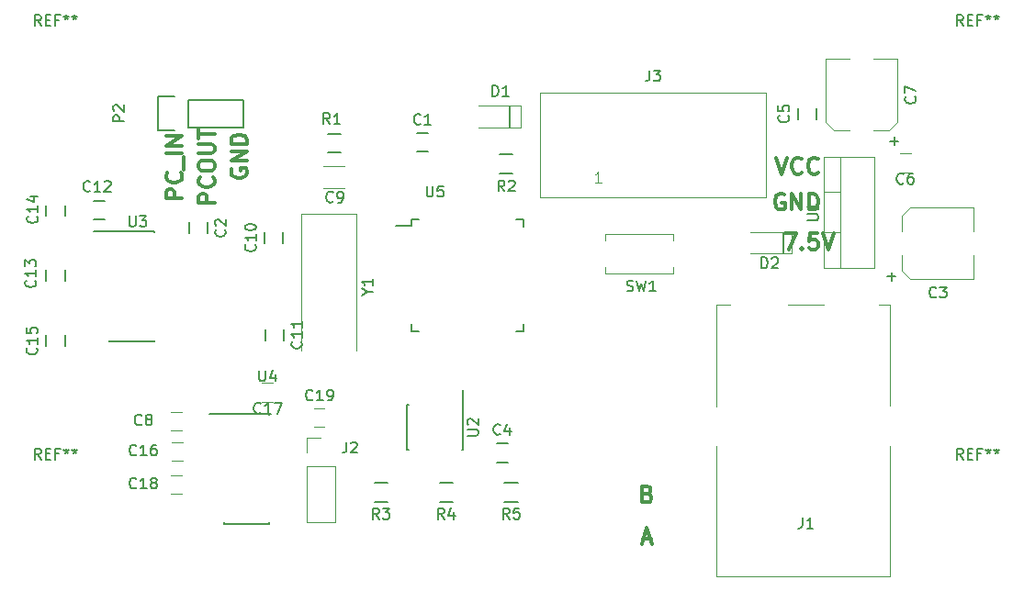
<source format=gbr>
G04 #@! TF.FileFunction,Legend,Top*
%FSLAX46Y46*%
G04 Gerber Fmt 4.6, Leading zero omitted, Abs format (unit mm)*
G04 Created by KiCad (PCBNEW 4.0.6) date 08/10/17 23:44:08*
%MOMM*%
%LPD*%
G01*
G04 APERTURE LIST*
%ADD10C,0.100000*%
%ADD11C,0.200000*%
%ADD12C,0.300000*%
%ADD13C,0.150000*%
%ADD14C,0.120000*%
G04 APERTURE END LIST*
D10*
D11*
X134889240Y-59283600D02*
X134889240Y-59268360D01*
X134889240Y-57348120D02*
X134889240Y-59283600D01*
X160080960Y-69037200D02*
X160080960Y-70911720D01*
D12*
X147162857Y-97310000D02*
X147877143Y-97310000D01*
X147020000Y-97738571D02*
X147520000Y-96238571D01*
X148020000Y-97738571D01*
X147577143Y-93132857D02*
X147791429Y-93204286D01*
X147862857Y-93275714D01*
X147934286Y-93418571D01*
X147934286Y-93632857D01*
X147862857Y-93775714D01*
X147791429Y-93847143D01*
X147648571Y-93918571D01*
X147077143Y-93918571D01*
X147077143Y-92418571D01*
X147577143Y-92418571D01*
X147720000Y-92490000D01*
X147791429Y-92561429D01*
X147862857Y-92704286D01*
X147862857Y-92847143D01*
X147791429Y-92990000D01*
X147720000Y-93061429D01*
X147577143Y-93132857D01*
X147077143Y-93132857D01*
X109250000Y-63142857D02*
X109178571Y-63285714D01*
X109178571Y-63500000D01*
X109250000Y-63714285D01*
X109392857Y-63857143D01*
X109535714Y-63928571D01*
X109821429Y-64000000D01*
X110035714Y-64000000D01*
X110321429Y-63928571D01*
X110464286Y-63857143D01*
X110607143Y-63714285D01*
X110678571Y-63500000D01*
X110678571Y-63357143D01*
X110607143Y-63142857D01*
X110535714Y-63071428D01*
X110035714Y-63071428D01*
X110035714Y-63357143D01*
X110678571Y-62428571D02*
X109178571Y-62428571D01*
X110678571Y-61571428D01*
X109178571Y-61571428D01*
X110678571Y-60857142D02*
X109178571Y-60857142D01*
X109178571Y-60499999D01*
X109250000Y-60285714D01*
X109392857Y-60142856D01*
X109535714Y-60071428D01*
X109821429Y-59999999D01*
X110035714Y-59999999D01*
X110321429Y-60071428D01*
X110464286Y-60142856D01*
X110607143Y-60285714D01*
X110678571Y-60499999D01*
X110678571Y-60857142D01*
X107678571Y-66285714D02*
X106178571Y-66285714D01*
X106178571Y-65714286D01*
X106250000Y-65571428D01*
X106321429Y-65500000D01*
X106464286Y-65428571D01*
X106678571Y-65428571D01*
X106821429Y-65500000D01*
X106892857Y-65571428D01*
X106964286Y-65714286D01*
X106964286Y-66285714D01*
X107535714Y-63928571D02*
X107607143Y-64000000D01*
X107678571Y-64214286D01*
X107678571Y-64357143D01*
X107607143Y-64571428D01*
X107464286Y-64714286D01*
X107321429Y-64785714D01*
X107035714Y-64857143D01*
X106821429Y-64857143D01*
X106535714Y-64785714D01*
X106392857Y-64714286D01*
X106250000Y-64571428D01*
X106178571Y-64357143D01*
X106178571Y-64214286D01*
X106250000Y-64000000D01*
X106321429Y-63928571D01*
X106178571Y-63000000D02*
X106178571Y-62714286D01*
X106250000Y-62571428D01*
X106392857Y-62428571D01*
X106678571Y-62357143D01*
X107178571Y-62357143D01*
X107464286Y-62428571D01*
X107607143Y-62571428D01*
X107678571Y-62714286D01*
X107678571Y-63000000D01*
X107607143Y-63142857D01*
X107464286Y-63285714D01*
X107178571Y-63357143D01*
X106678571Y-63357143D01*
X106392857Y-63285714D01*
X106250000Y-63142857D01*
X106178571Y-63000000D01*
X106178571Y-61714285D02*
X107392857Y-61714285D01*
X107535714Y-61642857D01*
X107607143Y-61571428D01*
X107678571Y-61428571D01*
X107678571Y-61142857D01*
X107607143Y-60999999D01*
X107535714Y-60928571D01*
X107392857Y-60857142D01*
X106178571Y-60857142D01*
X106178571Y-60357142D02*
X106178571Y-59499999D01*
X107678571Y-59928570D02*
X106178571Y-59928570D01*
X104678571Y-65857143D02*
X103178571Y-65857143D01*
X103178571Y-65285715D01*
X103250000Y-65142857D01*
X103321429Y-65071429D01*
X103464286Y-65000000D01*
X103678571Y-65000000D01*
X103821429Y-65071429D01*
X103892857Y-65142857D01*
X103964286Y-65285715D01*
X103964286Y-65857143D01*
X104535714Y-63500000D02*
X104607143Y-63571429D01*
X104678571Y-63785715D01*
X104678571Y-63928572D01*
X104607143Y-64142857D01*
X104464286Y-64285715D01*
X104321429Y-64357143D01*
X104035714Y-64428572D01*
X103821429Y-64428572D01*
X103535714Y-64357143D01*
X103392857Y-64285715D01*
X103250000Y-64142857D01*
X103178571Y-63928572D01*
X103178571Y-63785715D01*
X103250000Y-63571429D01*
X103321429Y-63500000D01*
X104821429Y-63214286D02*
X104821429Y-62071429D01*
X104678571Y-61714286D02*
X103178571Y-61714286D01*
X104678571Y-61000000D02*
X103178571Y-61000000D01*
X104678571Y-60142857D01*
X103178571Y-60142857D01*
X160245715Y-69098571D02*
X161245715Y-69098571D01*
X160602858Y-70598571D01*
X161817143Y-70455714D02*
X161888571Y-70527143D01*
X161817143Y-70598571D01*
X161745714Y-70527143D01*
X161817143Y-70455714D01*
X161817143Y-70598571D01*
X163245715Y-69098571D02*
X162531429Y-69098571D01*
X162460000Y-69812857D01*
X162531429Y-69741429D01*
X162674286Y-69670000D01*
X163031429Y-69670000D01*
X163174286Y-69741429D01*
X163245715Y-69812857D01*
X163317143Y-69955714D01*
X163317143Y-70312857D01*
X163245715Y-70455714D01*
X163174286Y-70527143D01*
X163031429Y-70598571D01*
X162674286Y-70598571D01*
X162531429Y-70527143D01*
X162460000Y-70455714D01*
X163745714Y-69098571D02*
X164245714Y-70598571D01*
X164745714Y-69098571D01*
X160177143Y-65490000D02*
X160034286Y-65418571D01*
X159820000Y-65418571D01*
X159605715Y-65490000D01*
X159462857Y-65632857D01*
X159391429Y-65775714D01*
X159320000Y-66061429D01*
X159320000Y-66275714D01*
X159391429Y-66561429D01*
X159462857Y-66704286D01*
X159605715Y-66847143D01*
X159820000Y-66918571D01*
X159962857Y-66918571D01*
X160177143Y-66847143D01*
X160248572Y-66775714D01*
X160248572Y-66275714D01*
X159962857Y-66275714D01*
X160891429Y-66918571D02*
X160891429Y-65418571D01*
X161748572Y-66918571D01*
X161748572Y-65418571D01*
X162462858Y-66918571D02*
X162462858Y-65418571D01*
X162820001Y-65418571D01*
X163034286Y-65490000D01*
X163177144Y-65632857D01*
X163248572Y-65775714D01*
X163320001Y-66061429D01*
X163320001Y-66275714D01*
X163248572Y-66561429D01*
X163177144Y-66704286D01*
X163034286Y-66847143D01*
X162820001Y-66918571D01*
X162462858Y-66918571D01*
X159440000Y-62118571D02*
X159940000Y-63618571D01*
X160440000Y-62118571D01*
X161797143Y-63475714D02*
X161725714Y-63547143D01*
X161511428Y-63618571D01*
X161368571Y-63618571D01*
X161154286Y-63547143D01*
X161011428Y-63404286D01*
X160940000Y-63261429D01*
X160868571Y-62975714D01*
X160868571Y-62761429D01*
X160940000Y-62475714D01*
X161011428Y-62332857D01*
X161154286Y-62190000D01*
X161368571Y-62118571D01*
X161511428Y-62118571D01*
X161725714Y-62190000D01*
X161797143Y-62261429D01*
X163297143Y-63475714D02*
X163225714Y-63547143D01*
X163011428Y-63618571D01*
X162868571Y-63618571D01*
X162654286Y-63547143D01*
X162511428Y-63404286D01*
X162440000Y-63261429D01*
X162368571Y-62975714D01*
X162368571Y-62761429D01*
X162440000Y-62475714D01*
X162511428Y-62332857D01*
X162654286Y-62190000D01*
X162868571Y-62118571D01*
X163011428Y-62118571D01*
X163225714Y-62190000D01*
X163297143Y-62261429D01*
D13*
X107000000Y-69100000D02*
X107000000Y-68100000D01*
X105300000Y-68100000D02*
X105300000Y-69100000D01*
X134662800Y-88507200D02*
X133662800Y-88507200D01*
X133662800Y-90207200D02*
X134662800Y-90207200D01*
X161430000Y-57560000D02*
X161430000Y-58560000D01*
X163130000Y-58560000D02*
X163130000Y-57560000D01*
X112270000Y-68990000D02*
X112270000Y-69990000D01*
X113970000Y-69990000D02*
X113970000Y-68990000D01*
X114010000Y-78950000D02*
X114010000Y-77950000D01*
X112310000Y-77950000D02*
X112310000Y-78950000D01*
X96500000Y-67850000D02*
X97500000Y-67850000D01*
X97500000Y-66150000D02*
X96500000Y-66150000D01*
X93850000Y-73500000D02*
X93850000Y-72500000D01*
X92150000Y-72500000D02*
X92150000Y-73500000D01*
X93850000Y-67500000D02*
X93850000Y-66500000D01*
X92150000Y-66500000D02*
X92150000Y-67500000D01*
X93850000Y-79500000D02*
X93850000Y-78500000D01*
X92150000Y-78500000D02*
X92150000Y-79500000D01*
X105240000Y-59300000D02*
X110320000Y-59300000D01*
X110320000Y-59300000D02*
X110320000Y-56760000D01*
X110320000Y-56760000D02*
X105240000Y-56760000D01*
X102420000Y-56480000D02*
X103970000Y-56480000D01*
X105240000Y-56760000D02*
X105240000Y-59300000D01*
X103970000Y-59580000D02*
X102420000Y-59580000D01*
X102420000Y-59580000D02*
X102420000Y-56480000D01*
X118120000Y-59895000D02*
X119320000Y-59895000D01*
X119320000Y-61645000D02*
X118120000Y-61645000D01*
X133960000Y-61795000D02*
X135160000Y-61795000D01*
X135160000Y-63545000D02*
X133960000Y-63545000D01*
X123600000Y-93875000D02*
X122400000Y-93875000D01*
X122400000Y-92125000D02*
X123600000Y-92125000D01*
X129600000Y-93875000D02*
X128400000Y-93875000D01*
X128400000Y-92125000D02*
X129600000Y-92125000D01*
X135600000Y-93875000D02*
X134400000Y-93875000D01*
X134400000Y-92125000D02*
X135600000Y-92125000D01*
X130575000Y-84925000D02*
X130525000Y-84925000D01*
X130575000Y-89075000D02*
X130430000Y-89075000D01*
X125425000Y-89075000D02*
X125570000Y-89075000D01*
X125425000Y-84925000D02*
X125570000Y-84925000D01*
X130575000Y-84925000D02*
X130575000Y-89075000D01*
X125425000Y-84925000D02*
X125425000Y-89075000D01*
X130525000Y-84925000D02*
X130525000Y-83525000D01*
X97925000Y-68925000D02*
X97925000Y-68950000D01*
X102075000Y-68925000D02*
X102075000Y-69030000D01*
X102075000Y-79075000D02*
X102075000Y-78970000D01*
X97925000Y-79075000D02*
X97925000Y-78970000D01*
X97925000Y-68925000D02*
X102075000Y-68925000D01*
X97925000Y-79075000D02*
X102075000Y-79075000D01*
X97925000Y-68950000D02*
X96550000Y-68950000D01*
X127308400Y-59870800D02*
X126308400Y-59870800D01*
X126308400Y-61570800D02*
X127308400Y-61570800D01*
D14*
X170840000Y-63450000D02*
X171840000Y-63450000D01*
X171840000Y-61750000D02*
X170840000Y-61750000D01*
X163850000Y-72260000D02*
X163850000Y-62020000D01*
X168491000Y-72260000D02*
X168491000Y-62020000D01*
X163850000Y-72260000D02*
X168491000Y-72260000D01*
X163850000Y-62020000D02*
X168491000Y-62020000D01*
X165360000Y-72260000D02*
X165360000Y-62020000D01*
X163850000Y-68990000D02*
X165360000Y-68990000D01*
X163850000Y-65289000D02*
X165360000Y-65289000D01*
X103665400Y-87286200D02*
X104665400Y-87286200D01*
X104665400Y-85586200D02*
X103665400Y-85586200D01*
X103716200Y-90080200D02*
X104716200Y-90080200D01*
X104716200Y-88380200D02*
X103716200Y-88380200D01*
X112047400Y-84619200D02*
X113047400Y-84619200D01*
X113047400Y-82919200D02*
X112047400Y-82919200D01*
X103640000Y-93102800D02*
X104640000Y-93102800D01*
X104640000Y-91402800D02*
X103640000Y-91402800D01*
X116119600Y-90576400D02*
X116119600Y-95716400D01*
X116119600Y-95716400D02*
X118779600Y-95716400D01*
X118779600Y-95716400D02*
X118779600Y-90576400D01*
X118779600Y-90576400D02*
X116119600Y-90576400D01*
X116119600Y-89306400D02*
X116119600Y-87976400D01*
X116119600Y-87976400D02*
X117449600Y-87976400D01*
D13*
X108567400Y-85730000D02*
X108567400Y-85755000D01*
X112717400Y-85730000D02*
X112717400Y-85835000D01*
X112717400Y-95880000D02*
X112717400Y-95775000D01*
X108567400Y-95880000D02*
X108567400Y-95775000D01*
X108567400Y-85730000D02*
X112717400Y-85730000D01*
X108567400Y-95880000D02*
X112717400Y-95880000D01*
X108567400Y-85755000D02*
X107192400Y-85755000D01*
D14*
X117797200Y-85256000D02*
X116797200Y-85256000D01*
X116797200Y-86956000D02*
X117797200Y-86956000D01*
X137670000Y-56160000D02*
X158490000Y-56160000D01*
X158490000Y-56160000D02*
X158490000Y-65760000D01*
X158490000Y-65760000D02*
X137670000Y-65760000D01*
X137670000Y-65760000D02*
X137670000Y-56160000D01*
X169920000Y-100700000D02*
X169920000Y-88760000D01*
X169920000Y-75680000D02*
X169920000Y-84980000D01*
X153920000Y-100700000D02*
X153920000Y-88760000D01*
X153920000Y-75680000D02*
X153920000Y-85060000D01*
X169920000Y-75680000D02*
X168900000Y-75680000D01*
X160520000Y-75680000D02*
X163820000Y-75680000D01*
X153920000Y-75680000D02*
X155190000Y-75680000D01*
X153920000Y-100740000D02*
X169920000Y-100740000D01*
D13*
X125805000Y-67775000D02*
X125805000Y-68375000D01*
X136155000Y-67775000D02*
X136155000Y-68445000D01*
X136155000Y-78125000D02*
X136155000Y-77455000D01*
X125805000Y-78125000D02*
X125805000Y-77455000D01*
X125805000Y-67775000D02*
X126475000Y-67775000D01*
X125805000Y-78125000D02*
X126475000Y-78125000D01*
X136155000Y-78125000D02*
X135485000Y-78125000D01*
X136155000Y-67775000D02*
X135485000Y-67775000D01*
X125805000Y-68375000D02*
X124330000Y-68375000D01*
D14*
X120760000Y-79910000D02*
X120760000Y-67310000D01*
X120760000Y-67310000D02*
X115660000Y-67310000D01*
X115660000Y-67310000D02*
X115660000Y-79910000D01*
X119660000Y-62880000D02*
X117660000Y-62880000D01*
X117660000Y-64920000D02*
X119660000Y-64920000D01*
X160890000Y-70960000D02*
X160890000Y-68960000D01*
X160890000Y-68960000D02*
X157040000Y-68960000D01*
X160890000Y-70960000D02*
X157040000Y-70960000D01*
X177650000Y-73330000D02*
X177650000Y-71150000D01*
X177650000Y-66730000D02*
X177650000Y-68910000D01*
X171050000Y-72570000D02*
X171050000Y-71150000D01*
X171050000Y-67490000D02*
X171050000Y-68910000D01*
X177650000Y-73330000D02*
X171810000Y-73330000D01*
X171810000Y-73330000D02*
X171050000Y-72570000D01*
X171050000Y-67490000D02*
X171810000Y-66730000D01*
X171810000Y-66730000D02*
X177650000Y-66730000D01*
X170600000Y-53030000D02*
X168420000Y-53030000D01*
X164000000Y-53030000D02*
X166180000Y-53030000D01*
X169840000Y-59630000D02*
X168420000Y-59630000D01*
X164760000Y-59630000D02*
X166180000Y-59630000D01*
X170600000Y-53030000D02*
X170600000Y-58870000D01*
X170600000Y-58870000D02*
X169840000Y-59630000D01*
X164760000Y-59630000D02*
X164000000Y-58870000D01*
X164000000Y-58870000D02*
X164000000Y-53030000D01*
X135860000Y-59340000D02*
X135860000Y-57340000D01*
X135860000Y-57340000D02*
X132010000Y-57340000D01*
X135860000Y-59340000D02*
X132010000Y-59340000D01*
X149900000Y-69130000D02*
X149900000Y-69780000D01*
X149900000Y-72830000D02*
X149900000Y-72180000D01*
X143700000Y-72180000D02*
X143700000Y-72830000D01*
X143700000Y-69130000D02*
X143700000Y-69780000D01*
X149900000Y-69130000D02*
X143700000Y-69130000D01*
X143700000Y-72830000D02*
X149900000Y-72830000D01*
D13*
X176666667Y-49952381D02*
X176333333Y-49476190D01*
X176095238Y-49952381D02*
X176095238Y-48952381D01*
X176476191Y-48952381D01*
X176571429Y-49000000D01*
X176619048Y-49047619D01*
X176666667Y-49142857D01*
X176666667Y-49285714D01*
X176619048Y-49380952D01*
X176571429Y-49428571D01*
X176476191Y-49476190D01*
X176095238Y-49476190D01*
X177095238Y-49428571D02*
X177428572Y-49428571D01*
X177571429Y-49952381D02*
X177095238Y-49952381D01*
X177095238Y-48952381D01*
X177571429Y-48952381D01*
X178333334Y-49428571D02*
X178000000Y-49428571D01*
X178000000Y-49952381D02*
X178000000Y-48952381D01*
X178476191Y-48952381D01*
X179000000Y-48952381D02*
X179000000Y-49190476D01*
X178761905Y-49095238D02*
X179000000Y-49190476D01*
X179238096Y-49095238D01*
X178857143Y-49380952D02*
X179000000Y-49190476D01*
X179142858Y-49380952D01*
X179761905Y-48952381D02*
X179761905Y-49190476D01*
X179523810Y-49095238D02*
X179761905Y-49190476D01*
X180000001Y-49095238D01*
X179619048Y-49380952D02*
X179761905Y-49190476D01*
X179904763Y-49380952D01*
X176666667Y-89952381D02*
X176333333Y-89476190D01*
X176095238Y-89952381D02*
X176095238Y-88952381D01*
X176476191Y-88952381D01*
X176571429Y-89000000D01*
X176619048Y-89047619D01*
X176666667Y-89142857D01*
X176666667Y-89285714D01*
X176619048Y-89380952D01*
X176571429Y-89428571D01*
X176476191Y-89476190D01*
X176095238Y-89476190D01*
X177095238Y-89428571D02*
X177428572Y-89428571D01*
X177571429Y-89952381D02*
X177095238Y-89952381D01*
X177095238Y-88952381D01*
X177571429Y-88952381D01*
X178333334Y-89428571D02*
X178000000Y-89428571D01*
X178000000Y-89952381D02*
X178000000Y-88952381D01*
X178476191Y-88952381D01*
X179000000Y-88952381D02*
X179000000Y-89190476D01*
X178761905Y-89095238D02*
X179000000Y-89190476D01*
X179238096Y-89095238D01*
X178857143Y-89380952D02*
X179000000Y-89190476D01*
X179142858Y-89380952D01*
X179761905Y-88952381D02*
X179761905Y-89190476D01*
X179523810Y-89095238D02*
X179761905Y-89190476D01*
X180000001Y-89095238D01*
X179619048Y-89380952D02*
X179761905Y-89190476D01*
X179904763Y-89380952D01*
X91666667Y-89952381D02*
X91333333Y-89476190D01*
X91095238Y-89952381D02*
X91095238Y-88952381D01*
X91476191Y-88952381D01*
X91571429Y-89000000D01*
X91619048Y-89047619D01*
X91666667Y-89142857D01*
X91666667Y-89285714D01*
X91619048Y-89380952D01*
X91571429Y-89428571D01*
X91476191Y-89476190D01*
X91095238Y-89476190D01*
X92095238Y-89428571D02*
X92428572Y-89428571D01*
X92571429Y-89952381D02*
X92095238Y-89952381D01*
X92095238Y-88952381D01*
X92571429Y-88952381D01*
X93333334Y-89428571D02*
X93000000Y-89428571D01*
X93000000Y-89952381D02*
X93000000Y-88952381D01*
X93476191Y-88952381D01*
X94000000Y-88952381D02*
X94000000Y-89190476D01*
X93761905Y-89095238D02*
X94000000Y-89190476D01*
X94238096Y-89095238D01*
X93857143Y-89380952D02*
X94000000Y-89190476D01*
X94142858Y-89380952D01*
X94761905Y-88952381D02*
X94761905Y-89190476D01*
X94523810Y-89095238D02*
X94761905Y-89190476D01*
X95000001Y-89095238D01*
X94619048Y-89380952D02*
X94761905Y-89190476D01*
X94904763Y-89380952D01*
X108607143Y-68766666D02*
X108654762Y-68814285D01*
X108702381Y-68957142D01*
X108702381Y-69052380D01*
X108654762Y-69195238D01*
X108559524Y-69290476D01*
X108464286Y-69338095D01*
X108273810Y-69385714D01*
X108130952Y-69385714D01*
X107940476Y-69338095D01*
X107845238Y-69290476D01*
X107750000Y-69195238D01*
X107702381Y-69052380D01*
X107702381Y-68957142D01*
X107750000Y-68814285D01*
X107797619Y-68766666D01*
X107797619Y-68385714D02*
X107750000Y-68338095D01*
X107702381Y-68242857D01*
X107702381Y-68004761D01*
X107750000Y-67909523D01*
X107797619Y-67861904D01*
X107892857Y-67814285D01*
X107988095Y-67814285D01*
X108130952Y-67861904D01*
X108702381Y-68433333D01*
X108702381Y-67814285D01*
X133996134Y-87614343D02*
X133948515Y-87661962D01*
X133805658Y-87709581D01*
X133710420Y-87709581D01*
X133567562Y-87661962D01*
X133472324Y-87566724D01*
X133424705Y-87471486D01*
X133377086Y-87281010D01*
X133377086Y-87138152D01*
X133424705Y-86947676D01*
X133472324Y-86852438D01*
X133567562Y-86757200D01*
X133710420Y-86709581D01*
X133805658Y-86709581D01*
X133948515Y-86757200D01*
X133996134Y-86804819D01*
X134853277Y-87042914D02*
X134853277Y-87709581D01*
X134615181Y-86661962D02*
X134377086Y-87376248D01*
X134996134Y-87376248D01*
X160537143Y-58226666D02*
X160584762Y-58274285D01*
X160632381Y-58417142D01*
X160632381Y-58512380D01*
X160584762Y-58655238D01*
X160489524Y-58750476D01*
X160394286Y-58798095D01*
X160203810Y-58845714D01*
X160060952Y-58845714D01*
X159870476Y-58798095D01*
X159775238Y-58750476D01*
X159680000Y-58655238D01*
X159632381Y-58512380D01*
X159632381Y-58417142D01*
X159680000Y-58274285D01*
X159727619Y-58226666D01*
X159632381Y-57321904D02*
X159632381Y-57798095D01*
X160108571Y-57845714D01*
X160060952Y-57798095D01*
X160013333Y-57702857D01*
X160013333Y-57464761D01*
X160060952Y-57369523D01*
X160108571Y-57321904D01*
X160203810Y-57274285D01*
X160441905Y-57274285D01*
X160537143Y-57321904D01*
X160584762Y-57369523D01*
X160632381Y-57464761D01*
X160632381Y-57702857D01*
X160584762Y-57798095D01*
X160537143Y-57845714D01*
X111377143Y-70132857D02*
X111424762Y-70180476D01*
X111472381Y-70323333D01*
X111472381Y-70418571D01*
X111424762Y-70561429D01*
X111329524Y-70656667D01*
X111234286Y-70704286D01*
X111043810Y-70751905D01*
X110900952Y-70751905D01*
X110710476Y-70704286D01*
X110615238Y-70656667D01*
X110520000Y-70561429D01*
X110472381Y-70418571D01*
X110472381Y-70323333D01*
X110520000Y-70180476D01*
X110567619Y-70132857D01*
X111472381Y-69180476D02*
X111472381Y-69751905D01*
X111472381Y-69466191D02*
X110472381Y-69466191D01*
X110615238Y-69561429D01*
X110710476Y-69656667D01*
X110758095Y-69751905D01*
X110472381Y-68561429D02*
X110472381Y-68466190D01*
X110520000Y-68370952D01*
X110567619Y-68323333D01*
X110662857Y-68275714D01*
X110853333Y-68228095D01*
X111091429Y-68228095D01*
X111281905Y-68275714D01*
X111377143Y-68323333D01*
X111424762Y-68370952D01*
X111472381Y-68466190D01*
X111472381Y-68561429D01*
X111424762Y-68656667D01*
X111377143Y-68704286D01*
X111281905Y-68751905D01*
X111091429Y-68799524D01*
X110853333Y-68799524D01*
X110662857Y-68751905D01*
X110567619Y-68704286D01*
X110520000Y-68656667D01*
X110472381Y-68561429D01*
X115617143Y-79092857D02*
X115664762Y-79140476D01*
X115712381Y-79283333D01*
X115712381Y-79378571D01*
X115664762Y-79521429D01*
X115569524Y-79616667D01*
X115474286Y-79664286D01*
X115283810Y-79711905D01*
X115140952Y-79711905D01*
X114950476Y-79664286D01*
X114855238Y-79616667D01*
X114760000Y-79521429D01*
X114712381Y-79378571D01*
X114712381Y-79283333D01*
X114760000Y-79140476D01*
X114807619Y-79092857D01*
X115712381Y-78140476D02*
X115712381Y-78711905D01*
X115712381Y-78426191D02*
X114712381Y-78426191D01*
X114855238Y-78521429D01*
X114950476Y-78616667D01*
X114998095Y-78711905D01*
X115712381Y-77188095D02*
X115712381Y-77759524D01*
X115712381Y-77473810D02*
X114712381Y-77473810D01*
X114855238Y-77569048D01*
X114950476Y-77664286D01*
X114998095Y-77759524D01*
X96177143Y-65177143D02*
X96129524Y-65224762D01*
X95986667Y-65272381D01*
X95891429Y-65272381D01*
X95748571Y-65224762D01*
X95653333Y-65129524D01*
X95605714Y-65034286D01*
X95558095Y-64843810D01*
X95558095Y-64700952D01*
X95605714Y-64510476D01*
X95653333Y-64415238D01*
X95748571Y-64320000D01*
X95891429Y-64272381D01*
X95986667Y-64272381D01*
X96129524Y-64320000D01*
X96177143Y-64367619D01*
X97129524Y-65272381D02*
X96558095Y-65272381D01*
X96843809Y-65272381D02*
X96843809Y-64272381D01*
X96748571Y-64415238D01*
X96653333Y-64510476D01*
X96558095Y-64558095D01*
X97510476Y-64367619D02*
X97558095Y-64320000D01*
X97653333Y-64272381D01*
X97891429Y-64272381D01*
X97986667Y-64320000D01*
X98034286Y-64367619D01*
X98081905Y-64462857D01*
X98081905Y-64558095D01*
X98034286Y-64700952D01*
X97462857Y-65272381D01*
X98081905Y-65272381D01*
X91107143Y-73452857D02*
X91154762Y-73500476D01*
X91202381Y-73643333D01*
X91202381Y-73738571D01*
X91154762Y-73881429D01*
X91059524Y-73976667D01*
X90964286Y-74024286D01*
X90773810Y-74071905D01*
X90630952Y-74071905D01*
X90440476Y-74024286D01*
X90345238Y-73976667D01*
X90250000Y-73881429D01*
X90202381Y-73738571D01*
X90202381Y-73643333D01*
X90250000Y-73500476D01*
X90297619Y-73452857D01*
X91202381Y-72500476D02*
X91202381Y-73071905D01*
X91202381Y-72786191D02*
X90202381Y-72786191D01*
X90345238Y-72881429D01*
X90440476Y-72976667D01*
X90488095Y-73071905D01*
X90202381Y-72167143D02*
X90202381Y-71548095D01*
X90583333Y-71881429D01*
X90583333Y-71738571D01*
X90630952Y-71643333D01*
X90678571Y-71595714D01*
X90773810Y-71548095D01*
X91011905Y-71548095D01*
X91107143Y-71595714D01*
X91154762Y-71643333D01*
X91202381Y-71738571D01*
X91202381Y-72024286D01*
X91154762Y-72119524D01*
X91107143Y-72167143D01*
X91277143Y-67532857D02*
X91324762Y-67580476D01*
X91372381Y-67723333D01*
X91372381Y-67818571D01*
X91324762Y-67961429D01*
X91229524Y-68056667D01*
X91134286Y-68104286D01*
X90943810Y-68151905D01*
X90800952Y-68151905D01*
X90610476Y-68104286D01*
X90515238Y-68056667D01*
X90420000Y-67961429D01*
X90372381Y-67818571D01*
X90372381Y-67723333D01*
X90420000Y-67580476D01*
X90467619Y-67532857D01*
X91372381Y-66580476D02*
X91372381Y-67151905D01*
X91372381Y-66866191D02*
X90372381Y-66866191D01*
X90515238Y-66961429D01*
X90610476Y-67056667D01*
X90658095Y-67151905D01*
X90705714Y-65723333D02*
X91372381Y-65723333D01*
X90324762Y-65961429D02*
X91039048Y-66199524D01*
X91039048Y-65580476D01*
X91227143Y-79662857D02*
X91274762Y-79710476D01*
X91322381Y-79853333D01*
X91322381Y-79948571D01*
X91274762Y-80091429D01*
X91179524Y-80186667D01*
X91084286Y-80234286D01*
X90893810Y-80281905D01*
X90750952Y-80281905D01*
X90560476Y-80234286D01*
X90465238Y-80186667D01*
X90370000Y-80091429D01*
X90322381Y-79948571D01*
X90322381Y-79853333D01*
X90370000Y-79710476D01*
X90417619Y-79662857D01*
X91322381Y-78710476D02*
X91322381Y-79281905D01*
X91322381Y-78996191D02*
X90322381Y-78996191D01*
X90465238Y-79091429D01*
X90560476Y-79186667D01*
X90608095Y-79281905D01*
X90322381Y-77805714D02*
X90322381Y-78281905D01*
X90798571Y-78329524D01*
X90750952Y-78281905D01*
X90703333Y-78186667D01*
X90703333Y-77948571D01*
X90750952Y-77853333D01*
X90798571Y-77805714D01*
X90893810Y-77758095D01*
X91131905Y-77758095D01*
X91227143Y-77805714D01*
X91274762Y-77853333D01*
X91322381Y-77948571D01*
X91322381Y-78186667D01*
X91274762Y-78281905D01*
X91227143Y-78329524D01*
X99322381Y-58768095D02*
X98322381Y-58768095D01*
X98322381Y-58387142D01*
X98370000Y-58291904D01*
X98417619Y-58244285D01*
X98512857Y-58196666D01*
X98655714Y-58196666D01*
X98750952Y-58244285D01*
X98798571Y-58291904D01*
X98846190Y-58387142D01*
X98846190Y-58768095D01*
X98417619Y-57815714D02*
X98370000Y-57768095D01*
X98322381Y-57672857D01*
X98322381Y-57434761D01*
X98370000Y-57339523D01*
X98417619Y-57291904D01*
X98512857Y-57244285D01*
X98608095Y-57244285D01*
X98750952Y-57291904D01*
X99322381Y-57863333D01*
X99322381Y-57244285D01*
X118283334Y-59012381D02*
X117950000Y-58536190D01*
X117711905Y-59012381D02*
X117711905Y-58012381D01*
X118092858Y-58012381D01*
X118188096Y-58060000D01*
X118235715Y-58107619D01*
X118283334Y-58202857D01*
X118283334Y-58345714D01*
X118235715Y-58440952D01*
X118188096Y-58488571D01*
X118092858Y-58536190D01*
X117711905Y-58536190D01*
X119235715Y-59012381D02*
X118664286Y-59012381D01*
X118950000Y-59012381D02*
X118950000Y-58012381D01*
X118854762Y-58155238D01*
X118759524Y-58250476D01*
X118664286Y-58298095D01*
X134393334Y-65222381D02*
X134060000Y-64746190D01*
X133821905Y-65222381D02*
X133821905Y-64222381D01*
X134202858Y-64222381D01*
X134298096Y-64270000D01*
X134345715Y-64317619D01*
X134393334Y-64412857D01*
X134393334Y-64555714D01*
X134345715Y-64650952D01*
X134298096Y-64698571D01*
X134202858Y-64746190D01*
X133821905Y-64746190D01*
X134774286Y-64317619D02*
X134821905Y-64270000D01*
X134917143Y-64222381D01*
X135155239Y-64222381D01*
X135250477Y-64270000D01*
X135298096Y-64317619D01*
X135345715Y-64412857D01*
X135345715Y-64508095D01*
X135298096Y-64650952D01*
X134726667Y-65222381D01*
X135345715Y-65222381D01*
X122833334Y-95452381D02*
X122500000Y-94976190D01*
X122261905Y-95452381D02*
X122261905Y-94452381D01*
X122642858Y-94452381D01*
X122738096Y-94500000D01*
X122785715Y-94547619D01*
X122833334Y-94642857D01*
X122833334Y-94785714D01*
X122785715Y-94880952D01*
X122738096Y-94928571D01*
X122642858Y-94976190D01*
X122261905Y-94976190D01*
X123166667Y-94452381D02*
X123785715Y-94452381D01*
X123452381Y-94833333D01*
X123595239Y-94833333D01*
X123690477Y-94880952D01*
X123738096Y-94928571D01*
X123785715Y-95023810D01*
X123785715Y-95261905D01*
X123738096Y-95357143D01*
X123690477Y-95404762D01*
X123595239Y-95452381D01*
X123309524Y-95452381D01*
X123214286Y-95404762D01*
X123166667Y-95357143D01*
X128833334Y-95452381D02*
X128500000Y-94976190D01*
X128261905Y-95452381D02*
X128261905Y-94452381D01*
X128642858Y-94452381D01*
X128738096Y-94500000D01*
X128785715Y-94547619D01*
X128833334Y-94642857D01*
X128833334Y-94785714D01*
X128785715Y-94880952D01*
X128738096Y-94928571D01*
X128642858Y-94976190D01*
X128261905Y-94976190D01*
X129690477Y-94785714D02*
X129690477Y-95452381D01*
X129452381Y-94404762D02*
X129214286Y-95119048D01*
X129833334Y-95119048D01*
X134833334Y-95452381D02*
X134500000Y-94976190D01*
X134261905Y-95452381D02*
X134261905Y-94452381D01*
X134642858Y-94452381D01*
X134738096Y-94500000D01*
X134785715Y-94547619D01*
X134833334Y-94642857D01*
X134833334Y-94785714D01*
X134785715Y-94880952D01*
X134738096Y-94928571D01*
X134642858Y-94976190D01*
X134261905Y-94976190D01*
X135738096Y-94452381D02*
X135261905Y-94452381D01*
X135214286Y-94928571D01*
X135261905Y-94880952D01*
X135357143Y-94833333D01*
X135595239Y-94833333D01*
X135690477Y-94880952D01*
X135738096Y-94928571D01*
X135785715Y-95023810D01*
X135785715Y-95261905D01*
X135738096Y-95357143D01*
X135690477Y-95404762D01*
X135595239Y-95452381D01*
X135357143Y-95452381D01*
X135261905Y-95404762D01*
X135214286Y-95357143D01*
X130952381Y-87761905D02*
X131761905Y-87761905D01*
X131857143Y-87714286D01*
X131904762Y-87666667D01*
X131952381Y-87571429D01*
X131952381Y-87380952D01*
X131904762Y-87285714D01*
X131857143Y-87238095D01*
X131761905Y-87190476D01*
X130952381Y-87190476D01*
X131047619Y-86761905D02*
X131000000Y-86714286D01*
X130952381Y-86619048D01*
X130952381Y-86380952D01*
X131000000Y-86285714D01*
X131047619Y-86238095D01*
X131142857Y-86190476D01*
X131238095Y-86190476D01*
X131380952Y-86238095D01*
X131952381Y-86809524D01*
X131952381Y-86190476D01*
X99798095Y-67482381D02*
X99798095Y-68291905D01*
X99845714Y-68387143D01*
X99893333Y-68434762D01*
X99988571Y-68482381D01*
X100179048Y-68482381D01*
X100274286Y-68434762D01*
X100321905Y-68387143D01*
X100369524Y-68291905D01*
X100369524Y-67482381D01*
X100750476Y-67482381D02*
X101369524Y-67482381D01*
X101036190Y-67863333D01*
X101179048Y-67863333D01*
X101274286Y-67910952D01*
X101321905Y-67958571D01*
X101369524Y-68053810D01*
X101369524Y-68291905D01*
X101321905Y-68387143D01*
X101274286Y-68434762D01*
X101179048Y-68482381D01*
X100893333Y-68482381D01*
X100798095Y-68434762D01*
X100750476Y-68387143D01*
X126641734Y-58977943D02*
X126594115Y-59025562D01*
X126451258Y-59073181D01*
X126356020Y-59073181D01*
X126213162Y-59025562D01*
X126117924Y-58930324D01*
X126070305Y-58835086D01*
X126022686Y-58644610D01*
X126022686Y-58501752D01*
X126070305Y-58311276D01*
X126117924Y-58216038D01*
X126213162Y-58120800D01*
X126356020Y-58073181D01*
X126451258Y-58073181D01*
X126594115Y-58120800D01*
X126641734Y-58168419D01*
X127594115Y-59073181D02*
X127022686Y-59073181D01*
X127308400Y-59073181D02*
X127308400Y-58073181D01*
X127213162Y-58216038D01*
X127117924Y-58311276D01*
X127022686Y-58358895D01*
X171173334Y-64457143D02*
X171125715Y-64504762D01*
X170982858Y-64552381D01*
X170887620Y-64552381D01*
X170744762Y-64504762D01*
X170649524Y-64409524D01*
X170601905Y-64314286D01*
X170554286Y-64123810D01*
X170554286Y-63980952D01*
X170601905Y-63790476D01*
X170649524Y-63695238D01*
X170744762Y-63600000D01*
X170887620Y-63552381D01*
X170982858Y-63552381D01*
X171125715Y-63600000D01*
X171173334Y-63647619D01*
X172030477Y-63552381D02*
X171840000Y-63552381D01*
X171744762Y-63600000D01*
X171697143Y-63647619D01*
X171601905Y-63790476D01*
X171554286Y-63980952D01*
X171554286Y-64361905D01*
X171601905Y-64457143D01*
X171649524Y-64504762D01*
X171744762Y-64552381D01*
X171935239Y-64552381D01*
X172030477Y-64504762D01*
X172078096Y-64457143D01*
X172125715Y-64361905D01*
X172125715Y-64123810D01*
X172078096Y-64028571D01*
X172030477Y-63980952D01*
X171935239Y-63933333D01*
X171744762Y-63933333D01*
X171649524Y-63980952D01*
X171601905Y-64028571D01*
X171554286Y-64123810D01*
X162302381Y-67901905D02*
X163111905Y-67901905D01*
X163207143Y-67854286D01*
X163254762Y-67806667D01*
X163302381Y-67711429D01*
X163302381Y-67520952D01*
X163254762Y-67425714D01*
X163207143Y-67378095D01*
X163111905Y-67330476D01*
X162302381Y-67330476D01*
X163302381Y-66330476D02*
X163302381Y-66901905D01*
X163302381Y-66616191D02*
X162302381Y-66616191D01*
X162445238Y-66711429D01*
X162540476Y-66806667D01*
X162588095Y-66901905D01*
X100925334Y-86717143D02*
X100877715Y-86764762D01*
X100734858Y-86812381D01*
X100639620Y-86812381D01*
X100496762Y-86764762D01*
X100401524Y-86669524D01*
X100353905Y-86574286D01*
X100306286Y-86383810D01*
X100306286Y-86240952D01*
X100353905Y-86050476D01*
X100401524Y-85955238D01*
X100496762Y-85860000D01*
X100639620Y-85812381D01*
X100734858Y-85812381D01*
X100877715Y-85860000D01*
X100925334Y-85907619D01*
X101496762Y-86240952D02*
X101401524Y-86193333D01*
X101353905Y-86145714D01*
X101306286Y-86050476D01*
X101306286Y-86002857D01*
X101353905Y-85907619D01*
X101401524Y-85860000D01*
X101496762Y-85812381D01*
X101687239Y-85812381D01*
X101782477Y-85860000D01*
X101830096Y-85907619D01*
X101877715Y-86002857D01*
X101877715Y-86050476D01*
X101830096Y-86145714D01*
X101782477Y-86193333D01*
X101687239Y-86240952D01*
X101496762Y-86240952D01*
X101401524Y-86288571D01*
X101353905Y-86336190D01*
X101306286Y-86431429D01*
X101306286Y-86621905D01*
X101353905Y-86717143D01*
X101401524Y-86764762D01*
X101496762Y-86812381D01*
X101687239Y-86812381D01*
X101782477Y-86764762D01*
X101830096Y-86717143D01*
X101877715Y-86621905D01*
X101877715Y-86431429D01*
X101830096Y-86336190D01*
X101782477Y-86288571D01*
X101687239Y-86240952D01*
X100449143Y-89511143D02*
X100401524Y-89558762D01*
X100258667Y-89606381D01*
X100163429Y-89606381D01*
X100020571Y-89558762D01*
X99925333Y-89463524D01*
X99877714Y-89368286D01*
X99830095Y-89177810D01*
X99830095Y-89034952D01*
X99877714Y-88844476D01*
X99925333Y-88749238D01*
X100020571Y-88654000D01*
X100163429Y-88606381D01*
X100258667Y-88606381D01*
X100401524Y-88654000D01*
X100449143Y-88701619D01*
X101401524Y-89606381D02*
X100830095Y-89606381D01*
X101115809Y-89606381D02*
X101115809Y-88606381D01*
X101020571Y-88749238D01*
X100925333Y-88844476D01*
X100830095Y-88892095D01*
X102258667Y-88606381D02*
X102068190Y-88606381D01*
X101972952Y-88654000D01*
X101925333Y-88701619D01*
X101830095Y-88844476D01*
X101782476Y-89034952D01*
X101782476Y-89415905D01*
X101830095Y-89511143D01*
X101877714Y-89558762D01*
X101972952Y-89606381D01*
X102163429Y-89606381D01*
X102258667Y-89558762D01*
X102306286Y-89511143D01*
X102353905Y-89415905D01*
X102353905Y-89177810D01*
X102306286Y-89082571D01*
X102258667Y-89034952D01*
X102163429Y-88987333D01*
X101972952Y-88987333D01*
X101877714Y-89034952D01*
X101830095Y-89082571D01*
X101782476Y-89177810D01*
X111904543Y-85626343D02*
X111856924Y-85673962D01*
X111714067Y-85721581D01*
X111618829Y-85721581D01*
X111475971Y-85673962D01*
X111380733Y-85578724D01*
X111333114Y-85483486D01*
X111285495Y-85293010D01*
X111285495Y-85150152D01*
X111333114Y-84959676D01*
X111380733Y-84864438D01*
X111475971Y-84769200D01*
X111618829Y-84721581D01*
X111714067Y-84721581D01*
X111856924Y-84769200D01*
X111904543Y-84816819D01*
X112856924Y-85721581D02*
X112285495Y-85721581D01*
X112571209Y-85721581D02*
X112571209Y-84721581D01*
X112475971Y-84864438D01*
X112380733Y-84959676D01*
X112285495Y-85007295D01*
X113190257Y-84721581D02*
X113856924Y-84721581D01*
X113428352Y-85721581D01*
X100449143Y-92559143D02*
X100401524Y-92606762D01*
X100258667Y-92654381D01*
X100163429Y-92654381D01*
X100020571Y-92606762D01*
X99925333Y-92511524D01*
X99877714Y-92416286D01*
X99830095Y-92225810D01*
X99830095Y-92082952D01*
X99877714Y-91892476D01*
X99925333Y-91797238D01*
X100020571Y-91702000D01*
X100163429Y-91654381D01*
X100258667Y-91654381D01*
X100401524Y-91702000D01*
X100449143Y-91749619D01*
X101401524Y-92654381D02*
X100830095Y-92654381D01*
X101115809Y-92654381D02*
X101115809Y-91654381D01*
X101020571Y-91797238D01*
X100925333Y-91892476D01*
X100830095Y-91940095D01*
X101972952Y-92082952D02*
X101877714Y-92035333D01*
X101830095Y-91987714D01*
X101782476Y-91892476D01*
X101782476Y-91844857D01*
X101830095Y-91749619D01*
X101877714Y-91702000D01*
X101972952Y-91654381D01*
X102163429Y-91654381D01*
X102258667Y-91702000D01*
X102306286Y-91749619D01*
X102353905Y-91844857D01*
X102353905Y-91892476D01*
X102306286Y-91987714D01*
X102258667Y-92035333D01*
X102163429Y-92082952D01*
X101972952Y-92082952D01*
X101877714Y-92130571D01*
X101830095Y-92178190D01*
X101782476Y-92273429D01*
X101782476Y-92463905D01*
X101830095Y-92559143D01*
X101877714Y-92606762D01*
X101972952Y-92654381D01*
X102163429Y-92654381D01*
X102258667Y-92606762D01*
X102306286Y-92559143D01*
X102353905Y-92463905D01*
X102353905Y-92273429D01*
X102306286Y-92178190D01*
X102258667Y-92130571D01*
X102163429Y-92082952D01*
X119808667Y-88352381D02*
X119808667Y-89066667D01*
X119761047Y-89209524D01*
X119665809Y-89304762D01*
X119522952Y-89352381D01*
X119427714Y-89352381D01*
X120237238Y-88447619D02*
X120284857Y-88400000D01*
X120380095Y-88352381D01*
X120618191Y-88352381D01*
X120713429Y-88400000D01*
X120761048Y-88447619D01*
X120808667Y-88542857D01*
X120808667Y-88638095D01*
X120761048Y-88780952D01*
X120189619Y-89352381D01*
X120808667Y-89352381D01*
X111760095Y-81748381D02*
X111760095Y-82557905D01*
X111807714Y-82653143D01*
X111855333Y-82700762D01*
X111950571Y-82748381D01*
X112141048Y-82748381D01*
X112236286Y-82700762D01*
X112283905Y-82653143D01*
X112331524Y-82557905D01*
X112331524Y-81748381D01*
X113236286Y-82081714D02*
X113236286Y-82748381D01*
X112998190Y-81700762D02*
X112760095Y-82415048D01*
X113379143Y-82415048D01*
X116705143Y-84431143D02*
X116657524Y-84478762D01*
X116514667Y-84526381D01*
X116419429Y-84526381D01*
X116276571Y-84478762D01*
X116181333Y-84383524D01*
X116133714Y-84288286D01*
X116086095Y-84097810D01*
X116086095Y-83954952D01*
X116133714Y-83764476D01*
X116181333Y-83669238D01*
X116276571Y-83574000D01*
X116419429Y-83526381D01*
X116514667Y-83526381D01*
X116657524Y-83574000D01*
X116705143Y-83621619D01*
X117657524Y-84526381D02*
X117086095Y-84526381D01*
X117371809Y-84526381D02*
X117371809Y-83526381D01*
X117276571Y-83669238D01*
X117181333Y-83764476D01*
X117086095Y-83812095D01*
X118133714Y-84526381D02*
X118324190Y-84526381D01*
X118419429Y-84478762D01*
X118467048Y-84431143D01*
X118562286Y-84288286D01*
X118609905Y-84097810D01*
X118609905Y-83716857D01*
X118562286Y-83621619D01*
X118514667Y-83574000D01*
X118419429Y-83526381D01*
X118228952Y-83526381D01*
X118133714Y-83574000D01*
X118086095Y-83621619D01*
X118038476Y-83716857D01*
X118038476Y-83954952D01*
X118086095Y-84050190D01*
X118133714Y-84097810D01*
X118228952Y-84145429D01*
X118419429Y-84145429D01*
X118514667Y-84097810D01*
X118562286Y-84050190D01*
X118609905Y-83954952D01*
X147746667Y-54062381D02*
X147746667Y-54776667D01*
X147699047Y-54919524D01*
X147603809Y-55014762D01*
X147460952Y-55062381D01*
X147365714Y-55062381D01*
X148127619Y-54062381D02*
X148746667Y-54062381D01*
X148413333Y-54443333D01*
X148556191Y-54443333D01*
X148651429Y-54490952D01*
X148699048Y-54538571D01*
X148746667Y-54633810D01*
X148746667Y-54871905D01*
X148699048Y-54967143D01*
X148651429Y-55014762D01*
X148556191Y-55062381D01*
X148270476Y-55062381D01*
X148175238Y-55014762D01*
X148127619Y-54967143D01*
D14*
X143305715Y-64402381D02*
X142734286Y-64402381D01*
X143020000Y-64402381D02*
X143020000Y-63402381D01*
X142924762Y-63545238D01*
X142829524Y-63640476D01*
X142734286Y-63688095D01*
D13*
X161836667Y-95322381D02*
X161836667Y-96036667D01*
X161789047Y-96179524D01*
X161693809Y-96274762D01*
X161550952Y-96322381D01*
X161455714Y-96322381D01*
X162836667Y-96322381D02*
X162265238Y-96322381D01*
X162550952Y-96322381D02*
X162550952Y-95322381D01*
X162455714Y-95465238D01*
X162360476Y-95560476D01*
X162265238Y-95608095D01*
X127208095Y-64722381D02*
X127208095Y-65531905D01*
X127255714Y-65627143D01*
X127303333Y-65674762D01*
X127398571Y-65722381D01*
X127589048Y-65722381D01*
X127684286Y-65674762D01*
X127731905Y-65627143D01*
X127779524Y-65531905D01*
X127779524Y-64722381D01*
X128731905Y-64722381D02*
X128255714Y-64722381D01*
X128208095Y-65198571D01*
X128255714Y-65150952D01*
X128350952Y-65103333D01*
X128589048Y-65103333D01*
X128684286Y-65150952D01*
X128731905Y-65198571D01*
X128779524Y-65293810D01*
X128779524Y-65531905D01*
X128731905Y-65627143D01*
X128684286Y-65674762D01*
X128589048Y-65722381D01*
X128350952Y-65722381D01*
X128255714Y-65674762D01*
X128208095Y-65627143D01*
X121736190Y-74486191D02*
X122212381Y-74486191D01*
X121212381Y-74819524D02*
X121736190Y-74486191D01*
X121212381Y-74152857D01*
X122212381Y-73295714D02*
X122212381Y-73867143D01*
X122212381Y-73581429D02*
X121212381Y-73581429D01*
X121355238Y-73676667D01*
X121450476Y-73771905D01*
X121498095Y-73867143D01*
X118583334Y-66157143D02*
X118535715Y-66204762D01*
X118392858Y-66252381D01*
X118297620Y-66252381D01*
X118154762Y-66204762D01*
X118059524Y-66109524D01*
X118011905Y-66014286D01*
X117964286Y-65823810D01*
X117964286Y-65680952D01*
X118011905Y-65490476D01*
X118059524Y-65395238D01*
X118154762Y-65300000D01*
X118297620Y-65252381D01*
X118392858Y-65252381D01*
X118535715Y-65300000D01*
X118583334Y-65347619D01*
X119059524Y-66252381D02*
X119250000Y-66252381D01*
X119345239Y-66204762D01*
X119392858Y-66157143D01*
X119488096Y-66014286D01*
X119535715Y-65823810D01*
X119535715Y-65442857D01*
X119488096Y-65347619D01*
X119440477Y-65300000D01*
X119345239Y-65252381D01*
X119154762Y-65252381D01*
X119059524Y-65300000D01*
X119011905Y-65347619D01*
X118964286Y-65442857D01*
X118964286Y-65680952D01*
X119011905Y-65776190D01*
X119059524Y-65823810D01*
X119154762Y-65871429D01*
X119345239Y-65871429D01*
X119440477Y-65823810D01*
X119488096Y-65776190D01*
X119535715Y-65680952D01*
X158078905Y-72317381D02*
X158078905Y-71317381D01*
X158317000Y-71317381D01*
X158459858Y-71365000D01*
X158555096Y-71460238D01*
X158602715Y-71555476D01*
X158650334Y-71745952D01*
X158650334Y-71888810D01*
X158602715Y-72079286D01*
X158555096Y-72174524D01*
X158459858Y-72269762D01*
X158317000Y-72317381D01*
X158078905Y-72317381D01*
X159031286Y-71412619D02*
X159078905Y-71365000D01*
X159174143Y-71317381D01*
X159412239Y-71317381D01*
X159507477Y-71365000D01*
X159555096Y-71412619D01*
X159602715Y-71507857D01*
X159602715Y-71603095D01*
X159555096Y-71745952D01*
X158983667Y-72317381D01*
X159602715Y-72317381D01*
X174183334Y-74947143D02*
X174135715Y-74994762D01*
X173992858Y-75042381D01*
X173897620Y-75042381D01*
X173754762Y-74994762D01*
X173659524Y-74899524D01*
X173611905Y-74804286D01*
X173564286Y-74613810D01*
X173564286Y-74470952D01*
X173611905Y-74280476D01*
X173659524Y-74185238D01*
X173754762Y-74090000D01*
X173897620Y-74042381D01*
X173992858Y-74042381D01*
X174135715Y-74090000D01*
X174183334Y-74137619D01*
X174516667Y-74042381D02*
X175135715Y-74042381D01*
X174802381Y-74423333D01*
X174945239Y-74423333D01*
X175040477Y-74470952D01*
X175088096Y-74518571D01*
X175135715Y-74613810D01*
X175135715Y-74851905D01*
X175088096Y-74947143D01*
X175040477Y-74994762D01*
X174945239Y-75042381D01*
X174659524Y-75042381D01*
X174564286Y-74994762D01*
X174516667Y-74947143D01*
X169689048Y-73061429D02*
X170450953Y-73061429D01*
X170070001Y-73442381D02*
X170070001Y-72680476D01*
X172217143Y-56496666D02*
X172264762Y-56544285D01*
X172312381Y-56687142D01*
X172312381Y-56782380D01*
X172264762Y-56925238D01*
X172169524Y-57020476D01*
X172074286Y-57068095D01*
X171883810Y-57115714D01*
X171740952Y-57115714D01*
X171550476Y-57068095D01*
X171455238Y-57020476D01*
X171360000Y-56925238D01*
X171312381Y-56782380D01*
X171312381Y-56687142D01*
X171360000Y-56544285D01*
X171407619Y-56496666D01*
X171312381Y-56163333D02*
X171312381Y-55496666D01*
X172312381Y-55925238D01*
X170331429Y-60990952D02*
X170331429Y-60229047D01*
X170712381Y-60609999D02*
X169950476Y-60609999D01*
X133261905Y-56452381D02*
X133261905Y-55452381D01*
X133500000Y-55452381D01*
X133642858Y-55500000D01*
X133738096Y-55595238D01*
X133785715Y-55690476D01*
X133833334Y-55880952D01*
X133833334Y-56023810D01*
X133785715Y-56214286D01*
X133738096Y-56309524D01*
X133642858Y-56404762D01*
X133500000Y-56452381D01*
X133261905Y-56452381D01*
X134785715Y-56452381D02*
X134214286Y-56452381D01*
X134500000Y-56452381D02*
X134500000Y-55452381D01*
X134404762Y-55595238D01*
X134309524Y-55690476D01*
X134214286Y-55738095D01*
X145666667Y-74404762D02*
X145809524Y-74452381D01*
X146047620Y-74452381D01*
X146142858Y-74404762D01*
X146190477Y-74357143D01*
X146238096Y-74261905D01*
X146238096Y-74166667D01*
X146190477Y-74071429D01*
X146142858Y-74023810D01*
X146047620Y-73976190D01*
X145857143Y-73928571D01*
X145761905Y-73880952D01*
X145714286Y-73833333D01*
X145666667Y-73738095D01*
X145666667Y-73642857D01*
X145714286Y-73547619D01*
X145761905Y-73500000D01*
X145857143Y-73452381D01*
X146095239Y-73452381D01*
X146238096Y-73500000D01*
X146571429Y-73452381D02*
X146809524Y-74452381D01*
X147000001Y-73738095D01*
X147190477Y-74452381D01*
X147428572Y-73452381D01*
X148333334Y-74452381D02*
X147761905Y-74452381D01*
X148047619Y-74452381D02*
X148047619Y-73452381D01*
X147952381Y-73595238D01*
X147857143Y-73690476D01*
X147761905Y-73738095D01*
X91666667Y-49952381D02*
X91333333Y-49476190D01*
X91095238Y-49952381D02*
X91095238Y-48952381D01*
X91476191Y-48952381D01*
X91571429Y-49000000D01*
X91619048Y-49047619D01*
X91666667Y-49142857D01*
X91666667Y-49285714D01*
X91619048Y-49380952D01*
X91571429Y-49428571D01*
X91476191Y-49476190D01*
X91095238Y-49476190D01*
X92095238Y-49428571D02*
X92428572Y-49428571D01*
X92571429Y-49952381D02*
X92095238Y-49952381D01*
X92095238Y-48952381D01*
X92571429Y-48952381D01*
X93333334Y-49428571D02*
X93000000Y-49428571D01*
X93000000Y-49952381D02*
X93000000Y-48952381D01*
X93476191Y-48952381D01*
X94000000Y-48952381D02*
X94000000Y-49190476D01*
X93761905Y-49095238D02*
X94000000Y-49190476D01*
X94238096Y-49095238D01*
X93857143Y-49380952D02*
X94000000Y-49190476D01*
X94142858Y-49380952D01*
X94761905Y-48952381D02*
X94761905Y-49190476D01*
X94523810Y-49095238D02*
X94761905Y-49190476D01*
X95000001Y-49095238D01*
X94619048Y-49380952D02*
X94761905Y-49190476D01*
X94904763Y-49380952D01*
M02*

</source>
